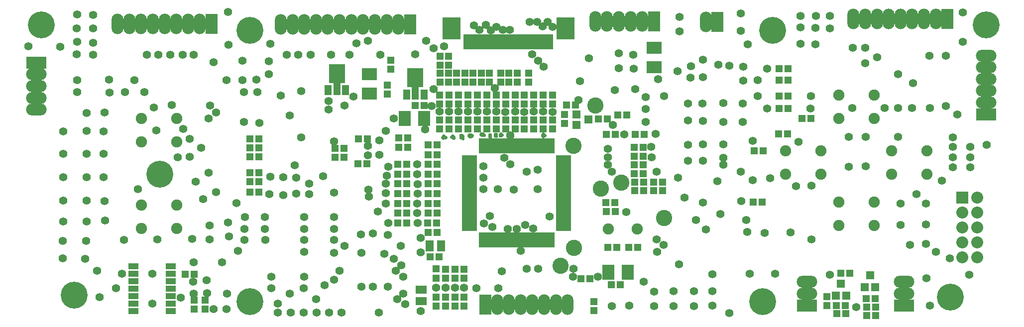
<source format=gts>
G04 (created by PCBNEW-RS274X (2010-05-05 BZR 2356)-stable) date 15/12/2010 2:15:07 p.m.*
G01*
G70*
G90*
%MOIN*%
G04 Gerber Fmt 3.4, Leading zero omitted, Abs format*
%FSLAX34Y34*%
G04 APERTURE LIST*
%ADD10C,0.006000*%
%ADD11C,0.015000*%
%ADD12O,0.079100X0.138100*%
%ADD13R,0.079100X0.138100*%
%ADD14O,0.138100X0.079100*%
%ADD15R,0.138100X0.079100*%
%ADD16C,0.075000*%
%ADD17R,0.030000X0.100000*%
%ADD18R,0.120000X0.150000*%
%ADD19R,0.047600X0.067200*%
%ADD20R,0.047600X0.098700*%
%ADD21R,0.106600X0.130300*%
%ADD22R,0.055000X0.075000*%
%ADD23C,0.180000*%
%ADD24R,0.080000X0.080000*%
%ADD25C,0.080000*%
%ADD26R,0.100000X0.080000*%
%ADD27R,0.080000X0.100000*%
%ADD28R,0.037700X0.098700*%
%ADD29R,0.098700X0.037700*%
%ADD30R,0.065000X0.040000*%
%ADD31R,0.075000X0.055000*%
%ADD32R,0.045000X0.051500*%
%ADD33R,0.051500X0.045000*%
%ADD34C,0.108600*%
%ADD35R,0.056000X0.056000*%
%ADD36C,0.055000*%
G04 APERTURE END LIST*
G54D10*
G54D11*
X43494Y-20906D02*
X43504Y-20906D01*
X43494Y-20748D02*
X43494Y-20906D01*
X43573Y-20748D02*
X43494Y-20748D01*
X43573Y-20955D02*
X43573Y-20748D01*
X40571Y-20974D02*
X40571Y-20984D01*
X40472Y-20974D02*
X40571Y-20974D01*
X40413Y-21033D02*
X40472Y-20974D01*
X40325Y-20945D02*
X40413Y-21033D01*
X40443Y-20827D02*
X40325Y-20945D01*
X40581Y-20965D02*
X40443Y-20827D01*
X41102Y-20994D02*
X41102Y-21014D01*
X41014Y-20994D02*
X41102Y-20994D01*
X40935Y-20915D02*
X41014Y-20994D01*
X41033Y-20817D02*
X40935Y-20915D01*
X41122Y-20906D02*
X41033Y-20817D01*
X41122Y-21004D02*
X41122Y-20906D01*
X41565Y-20974D02*
X41585Y-20974D01*
X41565Y-20778D02*
X41565Y-20974D01*
X41654Y-20778D02*
X41565Y-20778D01*
X41732Y-20856D02*
X41654Y-20778D01*
X41732Y-21063D02*
X41732Y-20856D01*
X42224Y-20856D02*
X42224Y-20846D01*
X42107Y-20856D02*
X42224Y-20856D01*
X42175Y-20924D02*
X42107Y-20856D01*
X42274Y-20924D02*
X42175Y-20924D01*
X42323Y-20875D02*
X42274Y-20924D01*
X42362Y-20836D02*
X42323Y-20875D01*
X42274Y-20748D02*
X42362Y-20836D01*
X42146Y-20748D02*
X42274Y-20748D01*
X42087Y-20807D02*
X42146Y-20748D01*
X43150Y-20788D02*
X43150Y-20797D01*
X43061Y-20699D02*
X43150Y-20788D01*
X42933Y-20699D02*
X43061Y-20699D01*
X42884Y-20748D02*
X42933Y-20699D01*
X42963Y-20827D02*
X42884Y-20748D01*
X43169Y-20827D02*
X42963Y-20827D01*
X43888Y-20886D02*
X43898Y-20886D01*
X43848Y-20846D02*
X43888Y-20886D01*
X43848Y-20728D02*
X43848Y-20846D01*
X43957Y-20728D02*
X43848Y-20728D01*
X43957Y-20886D02*
X43957Y-20728D01*
X44213Y-20748D02*
X44232Y-20748D01*
X44213Y-20837D02*
X44213Y-20748D01*
X44310Y-20837D02*
X44213Y-20837D01*
X44360Y-20787D02*
X44310Y-20837D01*
X44252Y-20679D02*
X44360Y-20787D01*
X47106Y-20700D02*
X47106Y-20699D01*
X47028Y-20778D02*
X47106Y-20700D01*
X47028Y-20837D02*
X47028Y-20778D01*
X47136Y-20729D02*
X47028Y-20837D01*
X47214Y-20807D02*
X47136Y-20729D01*
X47106Y-20915D02*
X47214Y-20807D01*
X41654Y-20866D02*
X41654Y-21024D01*
X40984Y-20866D02*
X41102Y-20984D01*
G54D12*
X44804Y-32165D03*
X44017Y-32165D03*
G54D13*
X43229Y-32165D03*
G54D12*
X45591Y-32165D03*
X46379Y-32165D03*
X47166Y-32165D03*
X47953Y-32165D03*
X48740Y-32165D03*
G54D14*
X71260Y-30630D03*
X71260Y-31417D03*
G54D15*
X71260Y-32205D03*
G54D14*
X64763Y-30630D03*
X64763Y-31417D03*
G54D15*
X64763Y-32205D03*
G54D12*
X57992Y-13228D03*
G54D13*
X58780Y-13228D03*
G54D16*
X66890Y-26850D03*
X66890Y-25276D03*
X69252Y-26850D03*
X69252Y-25276D03*
X70431Y-23425D03*
X70431Y-21851D03*
X72793Y-23425D03*
X72793Y-21851D03*
X66890Y-19684D03*
X66890Y-18110D03*
X69252Y-19684D03*
X69252Y-18110D03*
G54D12*
X36614Y-13386D03*
X37402Y-13386D03*
G54D13*
X38189Y-13386D03*
G54D12*
X35827Y-13386D03*
X35039Y-13386D03*
X34252Y-13386D03*
X33465Y-13386D03*
X32677Y-13386D03*
X31890Y-13386D03*
X31102Y-13386D03*
X30315Y-13386D03*
X29528Y-13386D03*
X23326Y-13347D03*
X24113Y-13347D03*
G54D13*
X24901Y-13347D03*
G54D12*
X22539Y-13347D03*
X21751Y-13347D03*
X20964Y-13347D03*
X20177Y-13347D03*
X19390Y-13347D03*
X18602Y-13347D03*
X72598Y-13031D03*
X73385Y-13031D03*
G54D13*
X74173Y-13031D03*
G54D12*
X71811Y-13031D03*
X71023Y-13031D03*
X70236Y-13031D03*
X69449Y-13031D03*
X68662Y-13031D03*
X67874Y-13031D03*
G54D14*
X76772Y-17835D03*
X76772Y-18622D03*
G54D15*
X76772Y-19410D03*
G54D14*
X76772Y-17048D03*
X76772Y-16260D03*
X76772Y-15473D03*
G54D12*
X52952Y-13189D03*
X53739Y-13189D03*
G54D13*
X54527Y-13189D03*
G54D12*
X52165Y-13189D03*
X51377Y-13189D03*
X50590Y-13189D03*
G54D14*
X13150Y-17520D03*
X13150Y-16733D03*
G54D15*
X13150Y-15945D03*
G54D14*
X13150Y-18307D03*
X13150Y-19095D03*
G54D17*
X43878Y-14547D03*
X44078Y-14547D03*
X44273Y-14547D03*
X44468Y-14547D03*
X44668Y-14547D03*
X44863Y-14547D03*
X45058Y-14547D03*
X45258Y-14547D03*
X45453Y-14547D03*
X45648Y-14547D03*
X43681Y-14547D03*
X45848Y-14547D03*
X46043Y-14547D03*
X43484Y-14547D03*
X47618Y-14547D03*
X46238Y-14547D03*
X46438Y-14547D03*
X46633Y-14547D03*
X46828Y-14547D03*
X47028Y-14547D03*
X47223Y-14547D03*
X47418Y-14547D03*
X43287Y-14547D03*
X43091Y-14547D03*
X42894Y-14547D03*
X42697Y-14547D03*
X42500Y-14547D03*
X42303Y-14547D03*
X42106Y-14547D03*
X41909Y-14547D03*
G54D18*
X48588Y-13667D03*
X40958Y-13667D03*
G54D19*
X37952Y-18071D03*
G54D20*
X38543Y-17914D03*
G54D19*
X39134Y-18071D03*
G54D21*
X38543Y-16969D03*
G54D22*
X40257Y-28228D03*
X39507Y-28228D03*
G54D23*
X61811Y-31969D03*
X62480Y-13780D03*
X27480Y-31969D03*
X27480Y-13780D03*
X21417Y-23425D03*
G54D19*
X32696Y-17776D03*
G54D20*
X33287Y-17619D03*
G54D19*
X33878Y-17776D03*
G54D21*
X33287Y-16674D03*
G54D24*
X75150Y-24988D03*
G54D25*
X76150Y-24988D03*
X75150Y-25988D03*
X76150Y-25988D03*
X75150Y-26988D03*
X76150Y-26988D03*
X75150Y-27988D03*
X76150Y-27988D03*
X75150Y-28988D03*
X76150Y-28988D03*
G54D26*
X35473Y-16711D03*
X35473Y-18011D03*
G54D27*
X52777Y-29999D03*
X51477Y-29999D03*
X37834Y-19685D03*
X39134Y-19685D03*
G54D28*
X45159Y-27831D03*
X44844Y-27831D03*
X44529Y-27831D03*
X44214Y-27831D03*
X43899Y-27831D03*
X43584Y-27831D03*
X43269Y-27831D03*
X42954Y-27831D03*
X47682Y-27831D03*
X47682Y-21535D03*
X42954Y-21535D03*
X45477Y-27831D03*
X45792Y-27831D03*
X46107Y-27831D03*
X46422Y-27831D03*
X46737Y-27831D03*
X47052Y-27831D03*
X47367Y-27831D03*
X47367Y-21535D03*
X47052Y-21535D03*
X46737Y-21535D03*
X46422Y-21535D03*
X46107Y-21535D03*
X45792Y-21535D03*
X45477Y-21535D03*
X45159Y-21535D03*
X44844Y-21535D03*
X44529Y-21535D03*
X44214Y-21535D03*
X43899Y-21535D03*
X43584Y-21535D03*
X43269Y-21535D03*
G54D29*
X42166Y-27047D03*
X42166Y-26733D03*
X42166Y-26417D03*
X42166Y-26103D03*
X42166Y-25787D03*
X42166Y-25473D03*
X42166Y-24527D03*
X42166Y-23897D03*
X42166Y-23583D03*
X42166Y-25157D03*
X42166Y-24843D03*
X42166Y-24213D03*
X42166Y-23267D03*
X42166Y-22953D03*
X42166Y-22637D03*
X42166Y-22323D03*
X48466Y-27047D03*
X48466Y-26733D03*
X48466Y-26417D03*
X48466Y-26103D03*
X48466Y-25787D03*
X48466Y-25473D03*
X48466Y-25157D03*
X48466Y-24843D03*
X48466Y-24527D03*
X48466Y-24213D03*
X48466Y-23897D03*
X48466Y-23583D03*
X48466Y-23267D03*
X48466Y-22953D03*
X48466Y-22637D03*
X48466Y-22323D03*
G54D30*
X22167Y-32574D03*
X22167Y-32074D03*
X22167Y-31574D03*
X22167Y-31074D03*
X22167Y-30574D03*
X22167Y-30074D03*
X22167Y-29574D03*
X19667Y-29574D03*
X19667Y-30074D03*
X19667Y-31074D03*
X19667Y-31574D03*
X19667Y-32074D03*
X19667Y-32574D03*
X19667Y-30574D03*
G54D31*
X38917Y-31910D03*
X38917Y-31160D03*
G54D32*
X37977Y-26683D03*
X37377Y-26683D03*
X37977Y-26033D03*
X37377Y-26033D03*
X37977Y-24065D03*
X37377Y-24065D03*
X37977Y-22756D03*
X37377Y-22756D03*
X38539Y-18819D03*
X39139Y-18819D03*
X37977Y-25384D03*
X37377Y-25384D03*
X37977Y-24724D03*
X37377Y-24724D03*
X37977Y-23406D03*
X37377Y-23406D03*
X38017Y-21614D03*
X37417Y-21614D03*
X53444Y-28312D03*
X52844Y-28312D03*
X51444Y-28312D03*
X52044Y-28312D03*
G54D33*
X36654Y-17455D03*
X36654Y-18055D03*
G54D32*
X40143Y-28937D03*
X39543Y-28937D03*
G54D33*
X24449Y-32466D03*
X24449Y-31866D03*
G54D32*
X52102Y-19449D03*
X52702Y-19449D03*
X39985Y-27323D03*
X39385Y-27323D03*
G54D33*
X36890Y-15801D03*
X36890Y-16401D03*
G54D32*
X33765Y-22283D03*
X33165Y-22283D03*
G54D33*
X39921Y-31669D03*
X39921Y-32269D03*
X40551Y-31669D03*
X40551Y-32269D03*
X50512Y-31944D03*
X50512Y-32544D03*
G54D32*
X33765Y-21693D03*
X33165Y-21693D03*
X53264Y-20748D03*
X53864Y-20748D03*
G54D33*
X41181Y-31669D03*
X41181Y-32269D03*
X41811Y-31669D03*
X41811Y-32269D03*
X46142Y-16669D03*
X46142Y-17269D03*
X44251Y-16669D03*
X44251Y-17269D03*
X42953Y-16669D03*
X42953Y-17269D03*
X41850Y-16669D03*
X41850Y-17269D03*
X43504Y-16669D03*
X43504Y-17269D03*
X42402Y-16669D03*
X42402Y-17269D03*
X41299Y-16669D03*
X41299Y-17269D03*
X45354Y-17269D03*
X45354Y-16669D03*
X44803Y-16669D03*
X44803Y-17269D03*
G54D32*
X37417Y-20984D03*
X38017Y-20984D03*
X39385Y-21457D03*
X39985Y-21457D03*
X39975Y-26683D03*
X39375Y-26683D03*
X39985Y-25384D03*
X39385Y-25384D03*
X39985Y-24065D03*
X39385Y-24065D03*
X39985Y-22756D03*
X39385Y-22756D03*
G54D33*
X41181Y-29779D03*
X41181Y-30379D03*
G54D32*
X39985Y-26033D03*
X39385Y-26033D03*
X39986Y-24724D03*
X39386Y-24724D03*
X39985Y-23406D03*
X39385Y-23406D03*
X39985Y-22106D03*
X39385Y-22106D03*
X51304Y-25335D03*
X51904Y-25335D03*
X54493Y-23947D03*
X55093Y-23947D03*
G54D33*
X39921Y-29764D03*
X39921Y-30379D03*
X40551Y-29779D03*
X40551Y-30379D03*
X41811Y-29779D03*
X41811Y-30379D03*
G54D32*
X51314Y-25935D03*
X51914Y-25935D03*
X54493Y-24508D03*
X55093Y-24508D03*
X52249Y-30826D03*
X51649Y-30826D03*
X49621Y-30413D03*
X50221Y-30413D03*
X23726Y-30118D03*
X23126Y-30118D03*
G54D33*
X23740Y-32466D03*
X23740Y-31866D03*
G54D32*
X50803Y-19724D03*
X51403Y-19724D03*
G54D33*
X48543Y-20024D03*
X48543Y-19424D03*
G54D32*
X49276Y-18780D03*
X48676Y-18780D03*
G54D33*
X40748Y-15527D03*
X40748Y-16127D03*
X40748Y-17269D03*
X40748Y-16669D03*
X40197Y-17269D03*
X40197Y-16669D03*
X40197Y-15526D03*
X40197Y-16126D03*
X40177Y-19779D03*
X40177Y-20379D03*
X41437Y-19779D03*
X41437Y-20379D03*
X42697Y-19779D03*
X42697Y-20379D03*
X43957Y-19779D03*
X43957Y-20379D03*
X40177Y-18125D03*
X40177Y-18725D03*
X41437Y-18125D03*
X41437Y-18725D03*
X42697Y-18125D03*
X42697Y-18725D03*
X43957Y-18125D03*
X43957Y-18725D03*
X40807Y-19779D03*
X40807Y-20379D03*
X42067Y-19779D03*
X42067Y-20379D03*
X43327Y-19779D03*
X43327Y-20379D03*
X44587Y-19779D03*
X44587Y-20379D03*
X40807Y-18125D03*
X40807Y-18725D03*
X42067Y-18125D03*
X42067Y-18725D03*
X43327Y-18125D03*
X43327Y-18725D03*
X44587Y-18125D03*
X44587Y-18725D03*
X47106Y-19779D03*
X47106Y-20379D03*
X45846Y-19779D03*
X45846Y-20379D03*
X47736Y-19779D03*
X47736Y-20379D03*
X46476Y-19779D03*
X46476Y-20379D03*
X45217Y-19779D03*
X45217Y-20379D03*
X47736Y-18125D03*
X47736Y-18725D03*
X46476Y-18125D03*
X46476Y-18725D03*
X45217Y-18125D03*
X45217Y-18725D03*
X47106Y-18125D03*
X47106Y-18725D03*
X45846Y-18125D03*
X45846Y-18725D03*
G54D32*
X51916Y-20748D03*
X51316Y-20748D03*
G54D23*
X76772Y-13425D03*
X74370Y-31653D03*
X13504Y-13425D03*
X15709Y-31535D03*
G54D26*
X54528Y-14941D03*
X54528Y-16241D03*
G54D16*
X63346Y-23425D03*
X63346Y-21851D03*
X65708Y-23425D03*
X65708Y-21851D03*
X20197Y-21259D03*
X20197Y-19685D03*
X22559Y-21259D03*
X22559Y-19685D03*
X20197Y-27047D03*
X20197Y-25473D03*
X22559Y-27047D03*
X22559Y-25473D03*
G54D32*
X34739Y-21063D03*
X35339Y-21063D03*
X34700Y-22717D03*
X35300Y-22717D03*
X67623Y-30039D03*
X67023Y-30039D03*
X28056Y-23327D03*
X27456Y-23327D03*
X61157Y-25276D03*
X61757Y-25276D03*
X68745Y-31742D03*
X69345Y-31742D03*
G54D33*
X66101Y-31629D03*
X66101Y-32229D03*
G54D32*
X66747Y-32756D03*
X67347Y-32756D03*
X62889Y-19016D03*
X63489Y-19016D03*
X28056Y-24606D03*
X27456Y-24606D03*
X62889Y-16339D03*
X63489Y-16339D03*
X28056Y-23917D03*
X27456Y-23917D03*
X68755Y-32323D03*
X69355Y-32323D03*
X61235Y-21850D03*
X61835Y-21850D03*
X28056Y-21653D03*
X27456Y-21653D03*
X62889Y-17126D03*
X63489Y-17126D03*
X28056Y-21063D03*
X27456Y-21063D03*
X62889Y-18189D03*
X63489Y-18189D03*
X62850Y-20709D03*
X63450Y-20709D03*
X64424Y-19685D03*
X65024Y-19685D03*
X28056Y-22244D03*
X27456Y-22244D03*
X67346Y-32205D03*
X66746Y-32205D03*
G54D34*
X49173Y-28346D03*
X49134Y-21535D03*
X50591Y-18819D03*
X48268Y-29567D03*
X55197Y-26339D03*
G54D32*
X53204Y-22795D03*
X53804Y-22795D03*
X53204Y-22205D03*
X53804Y-22205D03*
X53204Y-23386D03*
X53804Y-23386D03*
X53204Y-21614D03*
X53804Y-21614D03*
X68755Y-32874D03*
X69355Y-32874D03*
G54D16*
X53402Y-27086D03*
X51480Y-27086D03*
G54D32*
X53224Y-23947D03*
X53824Y-23947D03*
X53224Y-24508D03*
X53824Y-24508D03*
G54D34*
X50955Y-24390D03*
X52333Y-23986D03*
G54D35*
X69336Y-30971D03*
X68636Y-30971D03*
X68986Y-30171D03*
X67396Y-31542D03*
X66696Y-31542D03*
X67046Y-30742D03*
X49324Y-20114D03*
X49324Y-19414D03*
X50124Y-19764D03*
G54D36*
X19016Y-27835D03*
X21260Y-27795D03*
X23583Y-27756D03*
X24764Y-26850D03*
X24764Y-27795D03*
X17244Y-29882D03*
X17402Y-31654D03*
X16417Y-29094D03*
X14921Y-29055D03*
X14921Y-27874D03*
X57323Y-26496D03*
X62283Y-23701D03*
X61142Y-23819D03*
X61929Y-27362D03*
X63661Y-27323D03*
X60748Y-27283D03*
X60709Y-26496D03*
X24331Y-25079D03*
X65354Y-12835D03*
X66299Y-12835D03*
X66299Y-13661D03*
X65315Y-13622D03*
X64331Y-13583D03*
X65315Y-14724D03*
X64331Y-14685D03*
X64331Y-12835D03*
X30906Y-20945D03*
X30906Y-17854D03*
X74331Y-29055D03*
X53819Y-30630D03*
X39921Y-31024D03*
X30118Y-31417D03*
X40551Y-31024D03*
X37717Y-31417D03*
X30118Y-19488D03*
X38701Y-24094D03*
X36575Y-24055D03*
X31417Y-24055D03*
X32362Y-23543D03*
X38661Y-23406D03*
X36614Y-23504D03*
X37717Y-30276D03*
X33110Y-30472D03*
X32717Y-19094D03*
X49094Y-30276D03*
X41811Y-31024D03*
X37874Y-32126D03*
X28740Y-16732D03*
X29331Y-32087D03*
X39646Y-18858D03*
X35354Y-14488D03*
X39252Y-14488D03*
X51417Y-21732D03*
X36142Y-21142D03*
X54331Y-21575D03*
X54370Y-22283D03*
X51417Y-22283D03*
X36142Y-22126D03*
X55197Y-18189D03*
X61457Y-17126D03*
X51417Y-22795D03*
X61457Y-18189D03*
X62087Y-19016D03*
X51693Y-23267D03*
X62087Y-16339D03*
X60315Y-23268D03*
X54685Y-23268D03*
X60354Y-25236D03*
X56102Y-16535D03*
X56142Y-23661D03*
X58819Y-16102D03*
X58780Y-23898D03*
X65708Y-23425D03*
X47047Y-13524D03*
X46476Y-19213D03*
X47717Y-13543D03*
X47736Y-19252D03*
X42480Y-13441D03*
X40177Y-19213D03*
X40807Y-19213D03*
X42835Y-13740D03*
X41437Y-19213D03*
X43268Y-13425D03*
X42067Y-19213D03*
X43583Y-13780D03*
X42697Y-19213D03*
X43976Y-13543D03*
X43327Y-19213D03*
X46378Y-15394D03*
X43957Y-19213D03*
X46772Y-15827D03*
X44567Y-19242D03*
X47126Y-16220D03*
X46211Y-13228D03*
X45217Y-19213D03*
X47106Y-19232D03*
X47382Y-13228D03*
X46713Y-13228D03*
X45846Y-19252D03*
X71654Y-28150D03*
X38701Y-24724D03*
X55157Y-28150D03*
X65000Y-19016D03*
X65039Y-18189D03*
X73386Y-28622D03*
X54724Y-28622D03*
X38661Y-26033D03*
X67815Y-14961D03*
X69449Y-15591D03*
X52657Y-25955D03*
X36024Y-25906D03*
X37598Y-29528D03*
X45315Y-27087D03*
X37244Y-29882D03*
X45906Y-26811D03*
X33465Y-29882D03*
X38661Y-22756D03*
X65079Y-27795D03*
X73799Y-23839D03*
X74055Y-18858D03*
X54685Y-27795D03*
X65079Y-24173D03*
X50748Y-30276D03*
X58976Y-26102D03*
X34606Y-14646D03*
X49449Y-18465D03*
X39764Y-15000D03*
X25984Y-26654D03*
X38701Y-26693D03*
X36732Y-26693D03*
X23819Y-23917D03*
X24213Y-21654D03*
X26575Y-25354D03*
X36575Y-25394D03*
X38661Y-25384D03*
X25197Y-19291D03*
X25197Y-24606D03*
X22244Y-18799D03*
X23425Y-21063D03*
X52520Y-20748D03*
X54646Y-20709D03*
X46417Y-27047D03*
X57992Y-27126D03*
X43130Y-26713D03*
X66299Y-30157D03*
X56575Y-25000D03*
X72087Y-24764D03*
X37087Y-29094D03*
X44724Y-27087D03*
X44902Y-20817D03*
X50591Y-18819D03*
X30472Y-22835D03*
X43701Y-26969D03*
X72756Y-30394D03*
X56181Y-29449D03*
X31890Y-31772D03*
X41181Y-31024D03*
X37323Y-31772D03*
X34409Y-18228D03*
X44862Y-13740D03*
X43858Y-17638D03*
X71850Y-17323D03*
X53268Y-17717D03*
X36575Y-20512D03*
X38898Y-28661D03*
X24803Y-18819D03*
X38898Y-27697D03*
X14961Y-20551D03*
X52156Y-16329D03*
X53150Y-16348D03*
X25039Y-15906D03*
X25906Y-17126D03*
X26969Y-17126D03*
X21181Y-20472D03*
X22992Y-20394D03*
X21024Y-18937D03*
X31102Y-27087D03*
X60787Y-14724D03*
X53130Y-15404D03*
X50148Y-15669D03*
X57008Y-16181D03*
X56969Y-16969D03*
X57795Y-21417D03*
X56811Y-21457D03*
X56811Y-18701D03*
X56811Y-19803D03*
X57795Y-22520D03*
X56811Y-22520D03*
X27087Y-27835D03*
X31102Y-27835D03*
X19961Y-24409D03*
X49557Y-17175D03*
X22638Y-22283D03*
X18071Y-17953D03*
X28465Y-27087D03*
X19094Y-17913D03*
X20394Y-17913D03*
X15906Y-17913D03*
X69961Y-18976D03*
X72953Y-15473D03*
X71811Y-18976D03*
X72992Y-18976D03*
X58425Y-31260D03*
X64213Y-21260D03*
X59173Y-21417D03*
X26969Y-15827D03*
X64016Y-24213D03*
X72717Y-25394D03*
X28740Y-15866D03*
X72717Y-26772D03*
X71024Y-25394D03*
X72717Y-28071D03*
X12638Y-14843D03*
X14764Y-14882D03*
X51890Y-17795D03*
X28110Y-20000D03*
X27047Y-19921D03*
X28819Y-23583D03*
X28780Y-24764D03*
X25906Y-32441D03*
X25945Y-31417D03*
X28898Y-31063D03*
X28898Y-30276D03*
X34921Y-30945D03*
X32480Y-30866D03*
X34921Y-28701D03*
X36457Y-28740D03*
X35709Y-30945D03*
X36693Y-30945D03*
X45591Y-28543D03*
X46772Y-29764D03*
X45984Y-29764D03*
X42638Y-31063D03*
X44094Y-31063D03*
X75630Y-30157D03*
X72992Y-32205D03*
X60315Y-13819D03*
X60315Y-12638D03*
X29685Y-24803D03*
X29685Y-23622D03*
X30551Y-23661D03*
X30551Y-24724D03*
X27913Y-17087D03*
X27953Y-17913D03*
X27047Y-17913D03*
X53976Y-18268D03*
X53976Y-19055D03*
X57795Y-15748D03*
X57795Y-16929D03*
X62638Y-30079D03*
X60945Y-30079D03*
X58425Y-30118D03*
X31102Y-28622D03*
X31102Y-30276D03*
X28465Y-26299D03*
X27126Y-26299D03*
X31102Y-26299D03*
X15906Y-17126D03*
X19724Y-17126D03*
X31417Y-24764D03*
X16535Y-20512D03*
X16535Y-19331D03*
X17717Y-19291D03*
X16535Y-22047D03*
X16535Y-23622D03*
X16535Y-25197D03*
X17756Y-26535D03*
X17717Y-25236D03*
X17677Y-23622D03*
X17677Y-22047D03*
X17677Y-20551D03*
X15906Y-12716D03*
X15866Y-13661D03*
X15906Y-14567D03*
X15866Y-15394D03*
X16969Y-15433D03*
X16969Y-14606D03*
X16969Y-13661D03*
X16969Y-12756D03*
X56220Y-12874D03*
X56220Y-13858D03*
X70866Y-18976D03*
X28504Y-27835D03*
X60512Y-16220D03*
X60512Y-17165D03*
X67795Y-18976D03*
X60472Y-18701D03*
X59173Y-19921D03*
X59173Y-22795D03*
X59173Y-22323D03*
X75709Y-22953D03*
X75709Y-22283D03*
X75709Y-21575D03*
X74528Y-20945D03*
X74528Y-22953D03*
X74528Y-22283D03*
X67559Y-20906D03*
X67559Y-22913D03*
X68701Y-22874D03*
X68701Y-20906D03*
X54528Y-31299D03*
X55827Y-31260D03*
X57205Y-31260D03*
X27087Y-27087D03*
X57205Y-32244D03*
X55827Y-32244D03*
X54528Y-32244D03*
X16496Y-27874D03*
X31063Y-31063D03*
X36102Y-32677D03*
X29331Y-32677D03*
X30197Y-32677D03*
X31063Y-32677D03*
X31929Y-32677D03*
X32756Y-32677D03*
X33583Y-32677D03*
X36575Y-24685D03*
X36732Y-22913D03*
X35394Y-24449D03*
X35433Y-24921D03*
X36693Y-27480D03*
X35709Y-27402D03*
X49134Y-29764D03*
X44331Y-29921D03*
X43110Y-23661D03*
X43110Y-22874D03*
X44055Y-24419D03*
X45118Y-24449D03*
X71024Y-26811D03*
X57795Y-25315D03*
X57756Y-18701D03*
X57795Y-19843D03*
X33110Y-27835D03*
X33110Y-26299D03*
X33110Y-27087D03*
X33110Y-28701D03*
X33110Y-24646D03*
X23701Y-15433D03*
X22953Y-15433D03*
X22126Y-15433D03*
X21339Y-15433D03*
X20551Y-15433D03*
X51693Y-32244D03*
X52874Y-32205D03*
X46722Y-24419D03*
X38898Y-32598D03*
X68661Y-15984D03*
X76811Y-21457D03*
X70866Y-20906D03*
X18504Y-31063D03*
X36201Y-15413D03*
X37087Y-19685D03*
X39213Y-20433D03*
X14961Y-23622D03*
X14961Y-22047D03*
X14961Y-25197D03*
X14961Y-26575D03*
X16535Y-26575D03*
X29921Y-15433D03*
X32717Y-18504D03*
X33110Y-21220D03*
X43110Y-24409D03*
X53976Y-19921D03*
X46732Y-23110D03*
X70866Y-16732D03*
X68661Y-14961D03*
X52165Y-15315D03*
X74055Y-15473D03*
X30709Y-15433D03*
X31535Y-15433D03*
X32913Y-15413D03*
X34134Y-15413D03*
X24606Y-31378D03*
X24567Y-30512D03*
X39764Y-17717D03*
X44402Y-13756D03*
X40457Y-14839D03*
X38543Y-15394D03*
X75197Y-14567D03*
X75197Y-12598D03*
X60472Y-19921D03*
X18031Y-17087D03*
X58425Y-32205D03*
X74528Y-21575D03*
X59173Y-18661D03*
X61142Y-21181D03*
X26063Y-27598D03*
X34882Y-27441D03*
X25591Y-29331D03*
X23701Y-29331D03*
X18898Y-30079D03*
X22835Y-31693D03*
X23661Y-30630D03*
X23701Y-31417D03*
X44488Y-22323D03*
X35354Y-21535D03*
X68071Y-32323D03*
X24705Y-19685D03*
X24705Y-23327D03*
X23425Y-22244D03*
X44882Y-22756D03*
X35354Y-22165D03*
X47520Y-26240D03*
X54783Y-17067D03*
X20945Y-30079D03*
X20945Y-32087D03*
X28819Y-14685D03*
X25984Y-12559D03*
X26024Y-14764D03*
X59567Y-16142D03*
X59567Y-32717D03*
X33799Y-28228D03*
X33799Y-18819D03*
X74843Y-19429D03*
X45984Y-23268D03*
X43543Y-26220D03*
X37559Y-28228D03*
X51772Y-20118D03*
X29528Y-18150D03*
X25039Y-32441D03*
X26654Y-28543D03*
M02*

</source>
